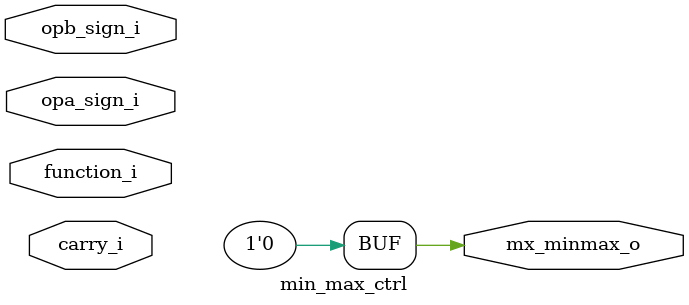
<source format=v>

module min_max_ctrl
  (
    input wire [2:0]    function_i,
    input wire 		opa_sign_i,
    input wire 		opb_sign_i,
    input wire 		carry_i,
    output wire 	mx_minmax_o
   );

   // Remove the following line and put your code here
   assign 		mx_minmax_o = 0;

endmodule // min_max_ctrl

</source>
